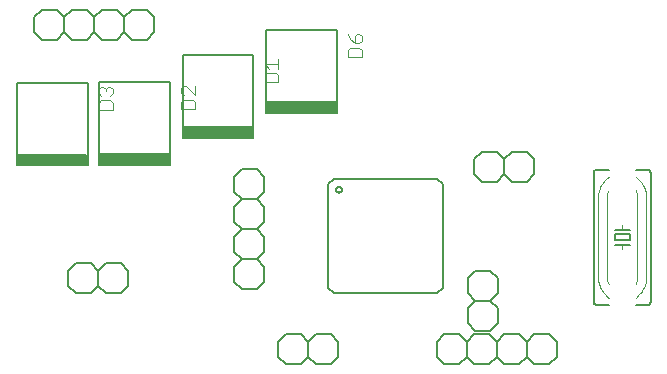
<source format=gto>
G75*
G70*
%OFA0B0*%
%FSLAX24Y24*%
%IPPOS*%
%LPD*%
%AMOC8*
5,1,8,0,0,1.08239X$1,22.5*
%
%ADD10C,0.0080*%
%ADD11C,0.0020*%
%ADD12C,0.0060*%
%ADD13C,0.0050*%
%ADD14C,0.0040*%
D10*
X012101Y004523D02*
X012290Y004334D01*
X015731Y004334D01*
X015920Y004523D01*
X015920Y007963D01*
X015731Y008152D01*
X012290Y008152D01*
X012101Y007963D01*
X012101Y004523D01*
X012350Y007786D02*
X012352Y007805D01*
X012357Y007824D01*
X012367Y007840D01*
X012379Y007855D01*
X012394Y007867D01*
X012410Y007877D01*
X012429Y007882D01*
X012448Y007884D01*
X012467Y007882D01*
X012486Y007877D01*
X012502Y007867D01*
X012517Y007855D01*
X012529Y007840D01*
X012539Y007824D01*
X012544Y007805D01*
X012546Y007786D01*
X012544Y007767D01*
X012539Y007748D01*
X012529Y007732D01*
X012517Y007717D01*
X012502Y007705D01*
X012486Y007695D01*
X012467Y007690D01*
X012448Y007688D01*
X012429Y007690D01*
X012410Y007695D01*
X012394Y007705D01*
X012379Y007717D01*
X012367Y007732D01*
X012357Y007748D01*
X012352Y007767D01*
X012350Y007786D01*
D11*
X021089Y007550D02*
X021089Y004850D01*
X021389Y004850D02*
X021389Y007550D01*
X022339Y008211D02*
X022384Y008179D01*
X022426Y008143D01*
X022466Y008104D01*
X022503Y008063D01*
X022537Y008019D01*
X022568Y007972D01*
X022596Y007924D01*
X022620Y007874D01*
X022641Y007823D01*
X022658Y007770D01*
X022672Y007716D01*
X022681Y007661D01*
X022687Y007606D01*
X022689Y007550D01*
X022689Y004850D01*
X022389Y004850D02*
X022389Y007550D01*
X022388Y007588D01*
X022383Y007625D01*
X022376Y007662D01*
X022367Y007698D01*
X022354Y007734D01*
X022339Y007768D01*
X021439Y008211D02*
X021394Y008179D01*
X021352Y008143D01*
X021312Y008104D01*
X021275Y008062D01*
X021241Y008019D01*
X021210Y007972D01*
X021182Y007924D01*
X021158Y007874D01*
X021137Y007823D01*
X021120Y007770D01*
X021106Y007716D01*
X021097Y007661D01*
X021091Y007606D01*
X021089Y007550D01*
X021389Y007550D02*
X021390Y007588D01*
X021395Y007625D01*
X021402Y007662D01*
X021411Y007698D01*
X021424Y007734D01*
X021439Y007768D01*
X021889Y006600D02*
X021889Y006450D01*
X021889Y005950D02*
X021889Y005800D01*
X021089Y004850D02*
X021091Y004794D01*
X021097Y004739D01*
X021106Y004684D01*
X021120Y004630D01*
X021137Y004577D01*
X021158Y004526D01*
X021182Y004476D01*
X021210Y004428D01*
X021241Y004381D01*
X021275Y004337D01*
X021312Y004296D01*
X021352Y004257D01*
X021394Y004221D01*
X021439Y004189D01*
X022339Y004189D02*
X022384Y004221D01*
X022426Y004257D01*
X022466Y004296D01*
X022503Y004338D01*
X022537Y004381D01*
X022568Y004428D01*
X022596Y004476D01*
X022620Y004526D01*
X022641Y004577D01*
X022658Y004630D01*
X022672Y004684D01*
X022681Y004739D01*
X022687Y004794D01*
X022689Y004850D01*
X022389Y004850D02*
X022388Y004812D01*
X022383Y004775D01*
X022376Y004738D01*
X022367Y004702D01*
X022354Y004666D01*
X022339Y004632D01*
X021439Y004632D02*
X021424Y004666D01*
X021411Y004702D01*
X021402Y004738D01*
X021395Y004775D01*
X021390Y004812D01*
X021389Y004850D01*
D12*
X003670Y004337D02*
X003420Y004587D01*
X003420Y005087D01*
X003670Y005337D01*
X004170Y005337D01*
X004420Y005087D01*
X004670Y005337D01*
X005170Y005337D01*
X005420Y005087D01*
X005420Y004587D01*
X005170Y004337D01*
X004670Y004337D01*
X004420Y004587D01*
X004170Y004337D01*
X003670Y004337D01*
X004420Y004587D02*
X004420Y005087D01*
X008960Y005213D02*
X008960Y004713D01*
X009210Y004463D01*
X009710Y004463D01*
X009960Y004713D01*
X009960Y005213D01*
X009710Y005463D01*
X009960Y005713D01*
X009960Y006213D01*
X009710Y006463D01*
X009210Y006463D01*
X008960Y006213D01*
X008960Y005713D01*
X009210Y005463D01*
X009710Y005463D01*
X009210Y005463D02*
X008960Y005213D01*
X009210Y006463D02*
X008960Y006713D01*
X008960Y007213D01*
X009210Y007463D01*
X008960Y007713D01*
X008960Y008213D01*
X009210Y008463D01*
X009710Y008463D01*
X009960Y008213D01*
X009960Y007713D01*
X009710Y007463D01*
X009960Y007213D01*
X009960Y006713D01*
X009710Y006463D01*
X009710Y007463D02*
X009210Y007463D01*
X010686Y002967D02*
X011186Y002967D01*
X011436Y002717D01*
X011686Y002967D01*
X012186Y002967D01*
X012436Y002717D01*
X012436Y002217D01*
X012186Y001967D01*
X011686Y001967D01*
X011436Y002217D01*
X011186Y001967D01*
X010686Y001967D01*
X010436Y002217D01*
X010436Y002717D01*
X010686Y002967D01*
X011436Y002717D02*
X011436Y002217D01*
X015715Y002221D02*
X015715Y002721D01*
X015965Y002971D01*
X016465Y002971D01*
X016715Y002721D01*
X016965Y002971D01*
X017465Y002971D01*
X017715Y002721D01*
X017965Y002971D01*
X018465Y002971D01*
X018715Y002721D01*
X018965Y002971D01*
X019465Y002971D01*
X019715Y002721D01*
X019715Y002221D01*
X019465Y001971D01*
X018965Y001971D01*
X018715Y002221D01*
X018465Y001971D01*
X017965Y001971D01*
X017715Y002221D01*
X017715Y002721D01*
X017493Y003082D02*
X016993Y003082D01*
X016743Y003332D01*
X016743Y003832D01*
X016993Y004082D01*
X016743Y004332D01*
X016743Y004832D01*
X016993Y005082D01*
X017493Y005082D01*
X017743Y004832D01*
X017743Y004332D01*
X017493Y004082D01*
X017743Y003832D01*
X017743Y003332D01*
X017493Y003082D01*
X016715Y002721D02*
X016715Y002221D01*
X016465Y001971D01*
X015965Y001971D01*
X015715Y002221D01*
X016715Y002221D02*
X016965Y001971D01*
X017465Y001971D01*
X017715Y002221D01*
X018715Y002221D02*
X018715Y002721D01*
X017493Y004082D02*
X016993Y004082D01*
X020939Y004050D02*
X020939Y008350D01*
X020941Y008367D01*
X020945Y008384D01*
X020952Y008400D01*
X020962Y008414D01*
X020975Y008427D01*
X020989Y008437D01*
X021005Y008444D01*
X021022Y008448D01*
X021039Y008450D01*
X021439Y008450D01*
X022339Y008450D02*
X022739Y008450D01*
X022756Y008448D01*
X022773Y008444D01*
X022789Y008437D01*
X022803Y008427D01*
X022816Y008414D01*
X022826Y008400D01*
X022833Y008384D01*
X022837Y008367D01*
X022839Y008350D01*
X022839Y004050D01*
X022837Y004033D01*
X022833Y004016D01*
X022826Y004000D01*
X022816Y003986D01*
X022803Y003973D01*
X022789Y003963D01*
X022773Y003956D01*
X022756Y003952D01*
X022739Y003950D01*
X022339Y003950D01*
X021439Y003950D02*
X021039Y003950D01*
X021022Y003952D01*
X021005Y003956D01*
X020989Y003963D01*
X020975Y003973D01*
X020962Y003986D01*
X020952Y004000D01*
X020945Y004016D01*
X020941Y004033D01*
X020939Y004050D01*
X021639Y005950D02*
X021889Y005950D01*
X022139Y005950D01*
X022139Y006100D02*
X022139Y006300D01*
X021639Y006300D01*
X021639Y006100D01*
X022139Y006100D01*
X022139Y006450D02*
X021889Y006450D01*
X021639Y006450D01*
X018956Y008300D02*
X018706Y008050D01*
X018206Y008050D01*
X017956Y008300D01*
X017706Y008050D01*
X017206Y008050D01*
X016956Y008300D01*
X016956Y008800D01*
X017206Y009050D01*
X017706Y009050D01*
X017956Y008800D01*
X018206Y009050D01*
X018706Y009050D01*
X018956Y008800D01*
X018956Y008300D01*
X017956Y008300D02*
X017956Y008800D01*
X006302Y013028D02*
X006052Y012778D01*
X005552Y012778D01*
X005302Y013028D01*
X005052Y012778D01*
X004552Y012778D01*
X004302Y013028D01*
X004302Y013528D01*
X004552Y013778D01*
X005052Y013778D01*
X005302Y013528D01*
X005552Y013778D01*
X006052Y013778D01*
X006302Y013528D01*
X006302Y013028D01*
X005302Y013028D02*
X005302Y013528D01*
X004302Y013528D02*
X004052Y013778D01*
X003552Y013778D01*
X003302Y013528D01*
X003052Y013778D01*
X002552Y013778D01*
X002302Y013528D01*
X002302Y013028D01*
X002552Y012778D01*
X003052Y012778D01*
X003302Y013028D01*
X003302Y013528D01*
X003302Y013028D02*
X003552Y012778D01*
X004052Y012778D01*
X004302Y013028D01*
D13*
X004460Y011377D02*
X006822Y011377D01*
X006822Y008621D01*
X004460Y008621D01*
X004460Y011377D01*
X004070Y011353D02*
X004070Y008597D01*
X001708Y008597D01*
X001708Y011353D01*
X004070Y011353D01*
X007239Y012263D02*
X007239Y009507D01*
X009601Y009507D01*
X009601Y012263D01*
X007239Y012263D01*
X010015Y013105D02*
X012377Y013105D01*
X012377Y010349D01*
X010015Y010349D01*
X010015Y013105D01*
X010054Y010704D02*
X012337Y010704D01*
X012337Y010664D01*
X010054Y010664D01*
X010054Y010625D01*
X012337Y010625D01*
X012337Y010586D01*
X010054Y010586D01*
X010054Y010546D01*
X012337Y010546D01*
X012337Y010507D01*
X010054Y010507D01*
X010054Y010467D01*
X012337Y010467D01*
X012337Y010428D01*
X010054Y010428D01*
X010054Y010389D01*
X012337Y010389D01*
X009562Y009861D02*
X009562Y009822D01*
X007278Y009822D01*
X007278Y009782D01*
X009562Y009782D01*
X009562Y009743D01*
X007278Y009743D01*
X007278Y009704D01*
X009562Y009704D01*
X009562Y009664D01*
X007278Y009664D01*
X007278Y009625D01*
X009562Y009625D01*
X009562Y009586D01*
X007278Y009586D01*
X007278Y009546D01*
X009562Y009546D01*
X009562Y009861D02*
X007278Y009861D01*
X006782Y008975D02*
X006782Y008936D01*
X004499Y008936D01*
X004499Y008897D01*
X006782Y008897D01*
X006782Y008857D01*
X004499Y008857D01*
X004499Y008818D01*
X006782Y008818D01*
X006782Y008778D01*
X004499Y008778D01*
X004499Y008739D01*
X006782Y008739D01*
X006782Y008700D01*
X004499Y008700D01*
X004499Y008660D01*
X006782Y008660D01*
X006782Y008975D02*
X004499Y008975D01*
X004030Y008952D02*
X004030Y008912D01*
X001747Y008912D01*
X001747Y008873D01*
X004030Y008873D01*
X004030Y008834D01*
X001747Y008834D01*
X001747Y008794D01*
X004030Y008794D01*
X004030Y008755D01*
X001747Y008755D01*
X001747Y008715D01*
X004030Y008715D01*
X004030Y008676D01*
X001747Y008676D01*
X001747Y008637D01*
X004030Y008637D01*
X004030Y008952D02*
X001747Y008952D01*
D14*
X004444Y010452D02*
X004444Y010683D01*
X004520Y010759D01*
X004827Y010759D01*
X004904Y010683D01*
X004904Y010452D01*
X004444Y010452D01*
X004520Y010913D02*
X004444Y010990D01*
X004444Y011143D01*
X004520Y011220D01*
X004597Y011220D01*
X004674Y011143D01*
X004751Y011220D01*
X004827Y011220D01*
X004904Y011143D01*
X004904Y010990D01*
X004827Y010913D01*
X004674Y011066D02*
X004674Y011143D01*
X007196Y011167D02*
X007196Y011013D01*
X007272Y010936D01*
X007272Y010783D02*
X007196Y010706D01*
X007196Y010476D01*
X007656Y010476D01*
X007656Y010706D01*
X007579Y010783D01*
X007272Y010783D01*
X007656Y010936D02*
X007349Y011243D01*
X007272Y011243D01*
X007196Y011167D01*
X007656Y011243D02*
X007656Y010936D01*
X009975Y011362D02*
X009975Y011592D01*
X010052Y011669D01*
X010359Y011669D01*
X010436Y011592D01*
X010436Y011362D01*
X009975Y011362D01*
X010129Y011822D02*
X009975Y011976D01*
X010436Y011976D01*
X010436Y012129D02*
X010436Y011822D01*
X012751Y012204D02*
X012751Y012435D01*
X012828Y012511D01*
X013134Y012511D01*
X013211Y012435D01*
X013211Y012204D01*
X012751Y012204D01*
X012981Y012665D02*
X012981Y012895D01*
X013058Y012972D01*
X013134Y012972D01*
X013211Y012895D01*
X013211Y012742D01*
X013134Y012665D01*
X012981Y012665D01*
X012828Y012818D01*
X012751Y012972D01*
M02*

</source>
